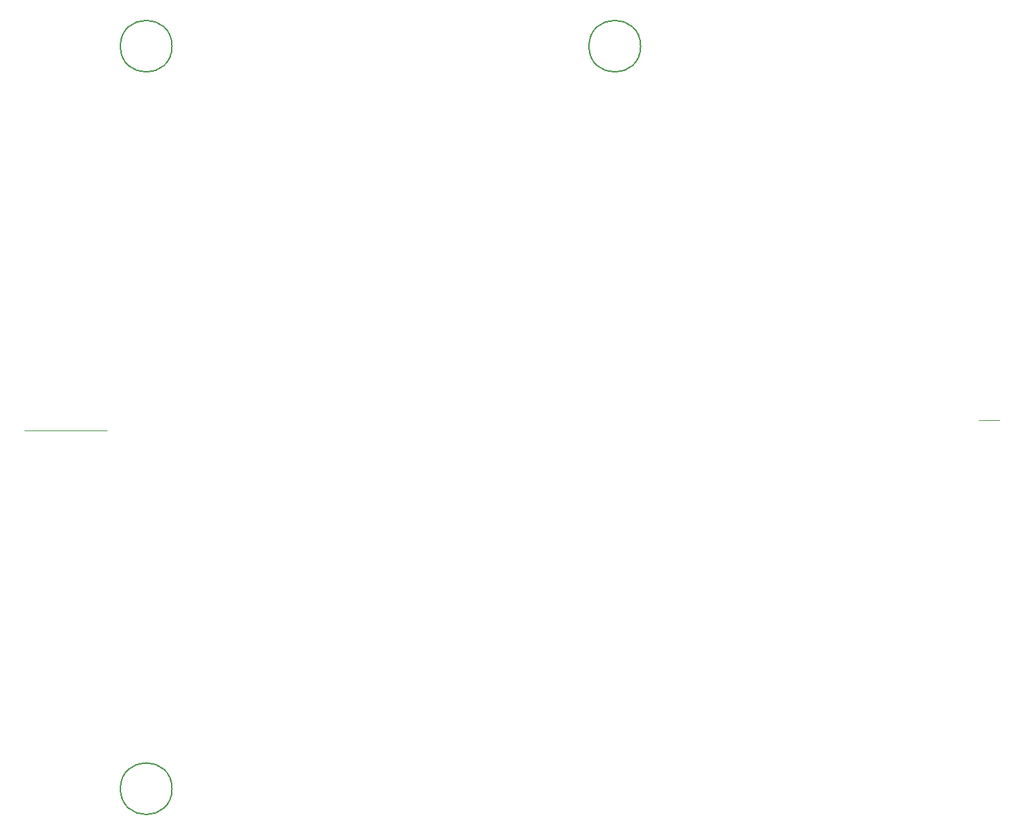
<source format=gbr>
%TF.GenerationSoftware,KiCad,Pcbnew,8.0.7-8.0.7-0~ubuntu24.04.1*%
%TF.CreationDate,2025-01-20T15:28:16+03:00*%
%TF.ProjectId,PM-DQ16-source,504d2d44-5131-4362-9d73-6f757263652e,rev?*%
%TF.SameCoordinates,Original*%
%TF.FileFunction,Other,Comment*%
%FSLAX46Y46*%
G04 Gerber Fmt 4.6, Leading zero omitted, Abs format (unit mm)*
G04 Created by KiCad (PCBNEW 8.0.7-8.0.7-0~ubuntu24.04.1) date 2025-01-20 15:28:16*
%MOMM*%
%LPD*%
G01*
G04 APERTURE LIST*
%ADD10C,0.100000*%
%ADD11C,0.150000*%
G04 APERTURE END LIST*
D10*
X-50870000Y-1600000D02*
X-61030000Y-1600000D01*
X57080000Y-330000D02*
X59620000Y-330000D01*
D11*
%TO.C,H3*%
X-42800000Y-46000000D02*
G75*
G02*
X-49200000Y-46000000I-3200000J0D01*
G01*
X-49200000Y-46000000D02*
G75*
G02*
X-42800000Y-46000000I3200000J0D01*
G01*
%TO.C,H2*%
X-42800000Y46000000D02*
G75*
G02*
X-49200000Y46000000I-3200000J0D01*
G01*
X-49200000Y46000000D02*
G75*
G02*
X-42800000Y46000000I3200000J0D01*
G01*
%TO.C,H1*%
X15200000Y46000000D02*
G75*
G02*
X8800000Y46000000I-3200000J0D01*
G01*
X8800000Y46000000D02*
G75*
G02*
X15200000Y46000000I3200000J0D01*
G01*
%TD*%
M02*

</source>
